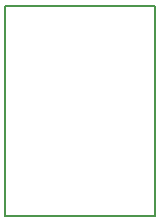
<source format=gbr>
G04 #@! TF.FileFunction,Profile,NP*
%FSLAX46Y46*%
G04 Gerber Fmt 4.6, Leading zero omitted, Abs format (unit mm)*
G04 Created by KiCad (PCBNEW 4.0.1-stable) date Monday, February 29, 2016 'PMt' 03:54:42 PM*
%MOMM*%
G01*
G04 APERTURE LIST*
%ADD10C,0.020000*%
%ADD11C,0.150000*%
G04 APERTURE END LIST*
D10*
D11*
X142240000Y-114300000D02*
X142240000Y-96520000D01*
X154940000Y-114300000D02*
X142240000Y-114300000D01*
X154940000Y-96520000D02*
X154940000Y-114300000D01*
X142240000Y-96520000D02*
X154940000Y-96520000D01*
M02*

</source>
